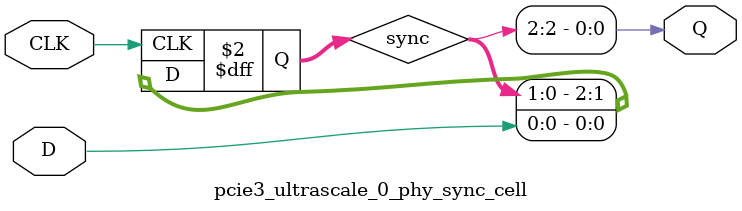
<source format=v>





`timescale 1ps / 1ps



//-------------------------------------------------------------------------------------------------
//  Synchronizer Library Module
//-------------------------------------------------------------------------------------------------
module pcie3_ultrascale_0_phy_sync_cell #
(
    parameter integer STAGE = 2
)
(
    //-------------------------------------------------------------------------- 
    //  Input Ports
    //-------------------------------------------------------------------------- 
    input                               CLK,
    input                               D,
    
    //-------------------------------------------------------------------------- 
    //  Output Ports
    //-------------------------------------------------------------------------- 
    output                              Q
);

    //-------------------------------------------------------------------------- 
    //  Synchronized Signals
    //--------------------------------------------------------------------------  
    (* ASYNC_REG = "TRUE", SHIFT_EXTRACT = "NO" *) reg [STAGE:0] sync;                                                            



//--------------------------------------------------------------------------------------------------
//  Synchronizier
//--------------------------------------------------------------------------------------------------
always @ (posedge CLK)
begin

    sync <= {sync[(STAGE-1):0], D};
            
end   



//--------------------------------------------------------------------------------------------------
//  Generate Output
//--------------------------------------------------------------------------------------------------
assign Q = sync[STAGE];


endmodule


</source>
